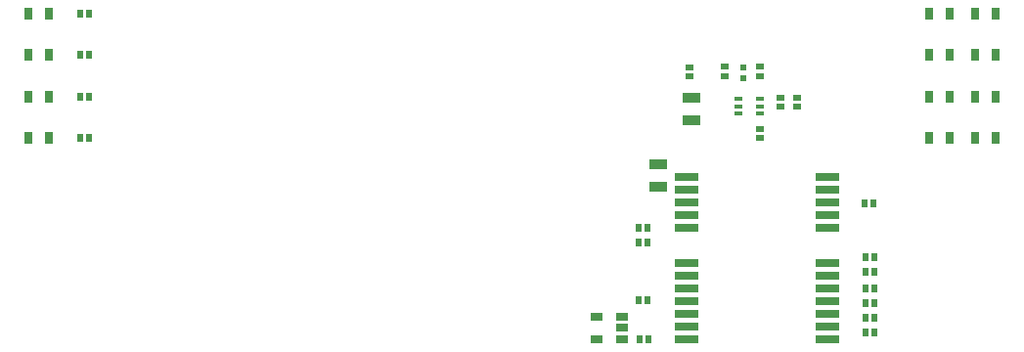
<source format=gbr>
G04 #@! TF.FileFunction,Paste,Bot*
%FSLAX46Y46*%
G04 Gerber Fmt 4.6, Leading zero omitted, Abs format (unit mm)*
G04 Created by KiCad (PCBNEW 4.0.7) date 05/21/18 17:19:51*
%MOMM*%
%LPD*%
G01*
G04 APERTURE LIST*
%ADD10C,0.100000*%
%ADD11R,0.650000X0.575000*%
%ADD12R,2.000000X0.800000*%
%ADD13R,0.575000X0.650000*%
%ADD14R,1.500000X0.970000*%
%ADD15R,0.670000X1.000000*%
%ADD16R,0.650000X0.450000*%
%ADD17R,1.060000X0.650000*%
%ADD18R,0.500000X0.500000*%
G04 APERTURE END LIST*
D10*
D11*
X160400000Y-85000000D03*
X160400000Y-84225000D03*
D12*
X160143000Y-107774500D03*
X160143000Y-106674500D03*
X160143000Y-105574500D03*
X160143000Y-104474500D03*
X160143000Y-103374500D03*
X160143000Y-102274500D03*
X160143000Y-101174500D03*
X160143000Y-98174500D03*
X160143000Y-97074500D03*
X160143000Y-95974500D03*
X160143000Y-94874500D03*
X160143000Y-93774500D03*
X172343000Y-93774500D03*
X172343000Y-94874500D03*
X172343000Y-95974500D03*
X172343000Y-97074500D03*
X172343000Y-98174500D03*
X172343000Y-101174500D03*
X172343000Y-102274500D03*
X172343000Y-103374500D03*
X172343000Y-104474500D03*
X172343000Y-105574500D03*
X172343000Y-106674500D03*
X172343000Y-107774500D03*
D11*
X169672000Y-86861500D03*
X169672000Y-87636500D03*
D13*
X156724500Y-98171000D03*
X155949500Y-98171000D03*
X156724500Y-99441000D03*
X155949500Y-99441000D03*
X175628000Y-105918000D03*
X176403000Y-105918000D03*
D11*
X166497000Y-89592000D03*
X166497000Y-90367000D03*
D13*
X156851500Y-107823000D03*
X156076500Y-107823000D03*
X175628000Y-107188000D03*
X176403000Y-107188000D03*
D14*
X160500000Y-86900000D03*
X160500000Y-88810000D03*
D15*
X182875000Y-90400000D03*
X181125000Y-90400000D03*
X182875000Y-86800000D03*
X181125000Y-86800000D03*
X182875000Y-83200000D03*
X181125000Y-83200000D03*
X182875000Y-79600000D03*
X181125000Y-79600000D03*
D13*
X108387500Y-90400000D03*
X107612500Y-90400000D03*
X108387500Y-86800000D03*
X107612500Y-86800000D03*
X108387500Y-83200000D03*
X107612500Y-83200000D03*
X176276000Y-96012000D03*
X175501000Y-96012000D03*
X176403000Y-100711000D03*
X175628000Y-100711000D03*
X176403000Y-101981000D03*
X175628000Y-101981000D03*
D11*
X166497000Y-84994900D03*
X166497000Y-84219900D03*
X168211500Y-87636500D03*
X168211500Y-86861500D03*
X163423600Y-84219900D03*
X163423600Y-84994900D03*
D13*
X175628000Y-103378000D03*
X176403000Y-103378000D03*
X155949500Y-104394000D03*
X156724500Y-104394000D03*
X175628000Y-104648000D03*
X176403000Y-104648000D03*
X108387500Y-79600000D03*
X107612500Y-79600000D03*
D16*
X166499580Y-86980000D03*
X166499580Y-88280000D03*
X164599580Y-87630000D03*
X166499580Y-87630000D03*
X164599580Y-88280000D03*
X164599580Y-86980000D03*
D17*
X154490600Y-105869700D03*
X154490600Y-106819700D03*
X154490600Y-107769700D03*
X152290600Y-107769700D03*
X152290600Y-105869700D03*
D18*
X165023800Y-85221700D03*
X165023800Y-84221700D03*
D14*
X157657800Y-92669400D03*
X157657800Y-94579400D03*
D15*
X104875000Y-90400000D03*
X103125000Y-90400000D03*
X185125000Y-90400000D03*
X186875000Y-90400000D03*
X185125000Y-86800000D03*
X186875000Y-86800000D03*
X185125000Y-83200000D03*
X186875000Y-83200000D03*
X185125000Y-79600000D03*
X186875000Y-79600000D03*
X104875000Y-86800000D03*
X103125000Y-86800000D03*
X104875000Y-83200000D03*
X103125000Y-83200000D03*
X104875000Y-79600000D03*
X103125000Y-79600000D03*
M02*

</source>
